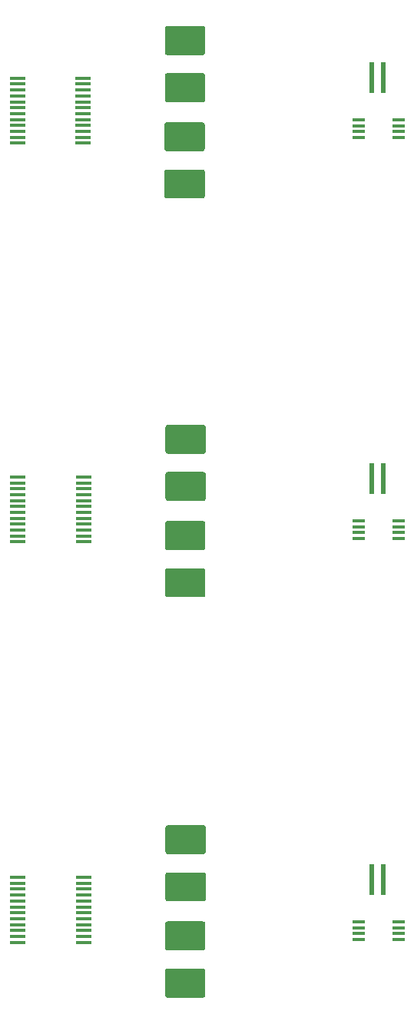
<source format=gbr>
%TF.GenerationSoftware,KiCad,Pcbnew,(5.1.7)-1*%
%TF.CreationDate,2021-02-09T15:47:08-06:00*%
%TF.ProjectId,LED-Driver-Board,4c45442d-4472-4697-9665-722d426f6172,rev?*%
%TF.SameCoordinates,Original*%
%TF.FileFunction,Paste,Top*%
%TF.FilePolarity,Positive*%
%FSLAX46Y46*%
G04 Gerber Fmt 4.6, Leading zero omitted, Abs format (unit mm)*
G04 Created by KiCad (PCBNEW (5.1.7)-1) date 2021-02-09 15:47:08*
%MOMM*%
%LPD*%
G01*
G04 APERTURE LIST*
%ADD10R,1.320800X0.406400*%
%ADD11R,1.651000X0.431800*%
%ADD12R,0.550000X3.450000*%
G04 APERTURE END LIST*
D10*
%TO.C,U6*%
X156895800Y-59222640D03*
X156895800Y-59872880D03*
X156895800Y-60523120D03*
X156895800Y-61173360D03*
X152476200Y-61173360D03*
X152476200Y-60523120D03*
X152476200Y-59872880D03*
X152476200Y-59222640D03*
%TD*%
%TO.C,U7*%
X156895800Y-103418640D03*
X156895800Y-104068880D03*
X156895800Y-104719120D03*
X156895800Y-105369360D03*
X152476200Y-105369360D03*
X152476200Y-104719120D03*
X152476200Y-104068880D03*
X152476200Y-103418640D03*
%TD*%
D11*
%TO.C,U1*%
X114945800Y-142703680D03*
X114945800Y-143353920D03*
X114945800Y-144004160D03*
X114945800Y-144654400D03*
X114945800Y-145304640D03*
X114945800Y-145954880D03*
X114945800Y-146605120D03*
X114945800Y-147255360D03*
X114945800Y-147905600D03*
X114945800Y-148555840D03*
X114945800Y-149206080D03*
X114945800Y-149856320D03*
X122210200Y-149856320D03*
X122210200Y-149206080D03*
X122210200Y-148555840D03*
X122210200Y-147905600D03*
X122210200Y-147255360D03*
X122210200Y-146605120D03*
X122210200Y-145954880D03*
X122210200Y-145304640D03*
X122210200Y-144654400D03*
X122210200Y-144004160D03*
X122210200Y-143353920D03*
X122210200Y-142703680D03*
%TD*%
%TO.C,R6*%
G36*
G01*
X131453000Y-136950000D02*
X135403000Y-136950000D01*
G75*
G02*
X135653000Y-137200000I0J-250000D01*
G01*
X135653000Y-139900000D01*
G75*
G02*
X135403000Y-140150000I-250000J0D01*
G01*
X131453000Y-140150000D01*
G75*
G02*
X131203000Y-139900000I0J250000D01*
G01*
X131203000Y-137200000D01*
G75*
G02*
X131453000Y-136950000I250000J0D01*
G01*
G37*
G36*
G01*
X131453000Y-142150000D02*
X135403000Y-142150000D01*
G75*
G02*
X135653000Y-142400000I0J-250000D01*
G01*
X135653000Y-145100000D01*
G75*
G02*
X135403000Y-145350000I-250000J0D01*
G01*
X131453000Y-145350000D01*
G75*
G02*
X131203000Y-145100000I0J250000D01*
G01*
X131203000Y-142400000D01*
G75*
G02*
X131453000Y-142150000I250000J0D01*
G01*
G37*
%TD*%
%TO.C,R8*%
G36*
G01*
X131403000Y-147560000D02*
X135353000Y-147560000D01*
G75*
G02*
X135603000Y-147810000I0J-250000D01*
G01*
X135603000Y-150510000D01*
G75*
G02*
X135353000Y-150760000I-250000J0D01*
G01*
X131403000Y-150760000D01*
G75*
G02*
X131153000Y-150510000I0J250000D01*
G01*
X131153000Y-147810000D01*
G75*
G02*
X131403000Y-147560000I250000J0D01*
G01*
G37*
G36*
G01*
X131403000Y-152760000D02*
X135353000Y-152760000D01*
G75*
G02*
X135603000Y-153010000I0J-250000D01*
G01*
X135603000Y-155710000D01*
G75*
G02*
X135353000Y-155960000I-250000J0D01*
G01*
X131403000Y-155960000D01*
G75*
G02*
X131153000Y-155710000I0J250000D01*
G01*
X131153000Y-153010000D01*
G75*
G02*
X131403000Y-152760000I250000J0D01*
G01*
G37*
%TD*%
%TO.C,U1*%
X114945800Y-98573680D03*
X114945800Y-99223920D03*
X114945800Y-99874160D03*
X114945800Y-100524400D03*
X114945800Y-101174640D03*
X114945800Y-101824880D03*
X114945800Y-102475120D03*
X114945800Y-103125360D03*
X114945800Y-103775600D03*
X114945800Y-104425840D03*
X114945800Y-105076080D03*
X114945800Y-105726320D03*
X122210200Y-105726320D03*
X122210200Y-105076080D03*
X122210200Y-104425840D03*
X122210200Y-103775600D03*
X122210200Y-103125360D03*
X122210200Y-102475120D03*
X122210200Y-101824880D03*
X122210200Y-101174640D03*
X122210200Y-100524400D03*
X122210200Y-99874160D03*
X122210200Y-99223920D03*
X122210200Y-98573680D03*
%TD*%
%TO.C,R6*%
G36*
G01*
X131453000Y-92820000D02*
X135403000Y-92820000D01*
G75*
G02*
X135653000Y-93070000I0J-250000D01*
G01*
X135653000Y-95770000D01*
G75*
G02*
X135403000Y-96020000I-250000J0D01*
G01*
X131453000Y-96020000D01*
G75*
G02*
X131203000Y-95770000I0J250000D01*
G01*
X131203000Y-93070000D01*
G75*
G02*
X131453000Y-92820000I250000J0D01*
G01*
G37*
G36*
G01*
X131453000Y-98020000D02*
X135403000Y-98020000D01*
G75*
G02*
X135653000Y-98270000I0J-250000D01*
G01*
X135653000Y-100970000D01*
G75*
G02*
X135403000Y-101220000I-250000J0D01*
G01*
X131453000Y-101220000D01*
G75*
G02*
X131203000Y-100970000I0J250000D01*
G01*
X131203000Y-98270000D01*
G75*
G02*
X131453000Y-98020000I250000J0D01*
G01*
G37*
%TD*%
%TO.C,R8*%
G36*
G01*
X131403000Y-103430000D02*
X135353000Y-103430000D01*
G75*
G02*
X135603000Y-103680000I0J-250000D01*
G01*
X135603000Y-106380000D01*
G75*
G02*
X135353000Y-106630000I-250000J0D01*
G01*
X131403000Y-106630000D01*
G75*
G02*
X131153000Y-106380000I0J250000D01*
G01*
X131153000Y-103680000D01*
G75*
G02*
X131403000Y-103430000I250000J0D01*
G01*
G37*
G36*
G01*
X131403000Y-108630000D02*
X135353000Y-108630000D01*
G75*
G02*
X135603000Y-108880000I0J-250000D01*
G01*
X135603000Y-111580000D01*
G75*
G02*
X135353000Y-111830000I-250000J0D01*
G01*
X131403000Y-111830000D01*
G75*
G02*
X131153000Y-111580000I0J250000D01*
G01*
X131153000Y-108880000D01*
G75*
G02*
X131403000Y-108630000I250000J0D01*
G01*
G37*
%TD*%
%TO.C,U1*%
X114875800Y-54623680D03*
X114875800Y-55273920D03*
X114875800Y-55924160D03*
X114875800Y-56574400D03*
X114875800Y-57224640D03*
X114875800Y-57874880D03*
X114875800Y-58525120D03*
X114875800Y-59175360D03*
X114875800Y-59825600D03*
X114875800Y-60475840D03*
X114875800Y-61126080D03*
X114875800Y-61776320D03*
X122140200Y-61776320D03*
X122140200Y-61126080D03*
X122140200Y-60475840D03*
X122140200Y-59825600D03*
X122140200Y-59175360D03*
X122140200Y-58525120D03*
X122140200Y-57874880D03*
X122140200Y-57224640D03*
X122140200Y-56574400D03*
X122140200Y-55924160D03*
X122140200Y-55273920D03*
X122140200Y-54623680D03*
%TD*%
%TO.C,R6*%
G36*
G01*
X131383000Y-48870000D02*
X135333000Y-48870000D01*
G75*
G02*
X135583000Y-49120000I0J-250000D01*
G01*
X135583000Y-51820000D01*
G75*
G02*
X135333000Y-52070000I-250000J0D01*
G01*
X131383000Y-52070000D01*
G75*
G02*
X131133000Y-51820000I0J250000D01*
G01*
X131133000Y-49120000D01*
G75*
G02*
X131383000Y-48870000I250000J0D01*
G01*
G37*
G36*
G01*
X131383000Y-54070000D02*
X135333000Y-54070000D01*
G75*
G02*
X135583000Y-54320000I0J-250000D01*
G01*
X135583000Y-57020000D01*
G75*
G02*
X135333000Y-57270000I-250000J0D01*
G01*
X131383000Y-57270000D01*
G75*
G02*
X131133000Y-57020000I0J250000D01*
G01*
X131133000Y-54320000D01*
G75*
G02*
X131383000Y-54070000I250000J0D01*
G01*
G37*
%TD*%
%TO.C,R8*%
G36*
G01*
X131333000Y-59480000D02*
X135283000Y-59480000D01*
G75*
G02*
X135533000Y-59730000I0J-250000D01*
G01*
X135533000Y-62430000D01*
G75*
G02*
X135283000Y-62680000I-250000J0D01*
G01*
X131333000Y-62680000D01*
G75*
G02*
X131083000Y-62430000I0J250000D01*
G01*
X131083000Y-59730000D01*
G75*
G02*
X131333000Y-59480000I250000J0D01*
G01*
G37*
G36*
G01*
X131333000Y-64680000D02*
X135283000Y-64680000D01*
G75*
G02*
X135533000Y-64930000I0J-250000D01*
G01*
X135533000Y-67630000D01*
G75*
G02*
X135283000Y-67880000I-250000J0D01*
G01*
X131333000Y-67880000D01*
G75*
G02*
X131083000Y-67630000I0J250000D01*
G01*
X131083000Y-64930000D01*
G75*
G02*
X131333000Y-64680000I250000J0D01*
G01*
G37*
%TD*%
D10*
%TO.C,U8*%
X156895800Y-147614640D03*
X156895800Y-148264880D03*
X156895800Y-148915120D03*
X156895800Y-149565360D03*
X152476200Y-149565360D03*
X152476200Y-148915120D03*
X152476200Y-148264880D03*
X152476200Y-147614640D03*
%TD*%
D12*
%TO.C,R3*%
X153924000Y-142982000D03*
X155174000Y-142982000D03*
%TD*%
%TO.C,R2*%
X153924000Y-98786000D03*
X155174000Y-98786000D03*
%TD*%
%TO.C,R1*%
X155174000Y-54590000D03*
X153924000Y-54590000D03*
%TD*%
M02*

</source>
